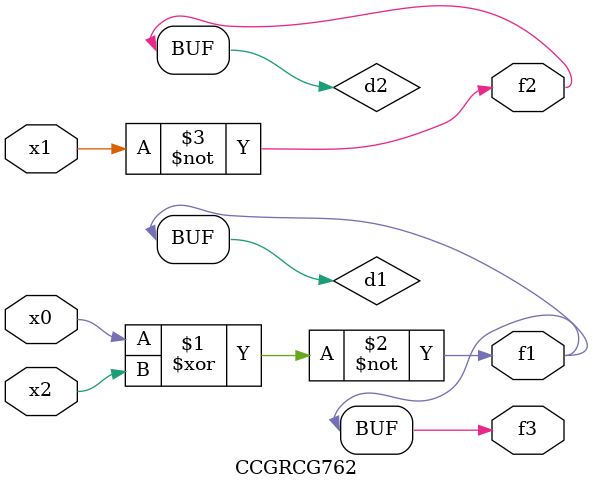
<source format=v>
module CCGRCG762(
	input x0, x1, x2,
	output f1, f2, f3
);

	wire d1, d2, d3;

	xnor (d1, x0, x2);
	nand (d2, x1);
	nor (d3, x1, x2);
	assign f1 = d1;
	assign f2 = d2;
	assign f3 = d1;
endmodule

</source>
